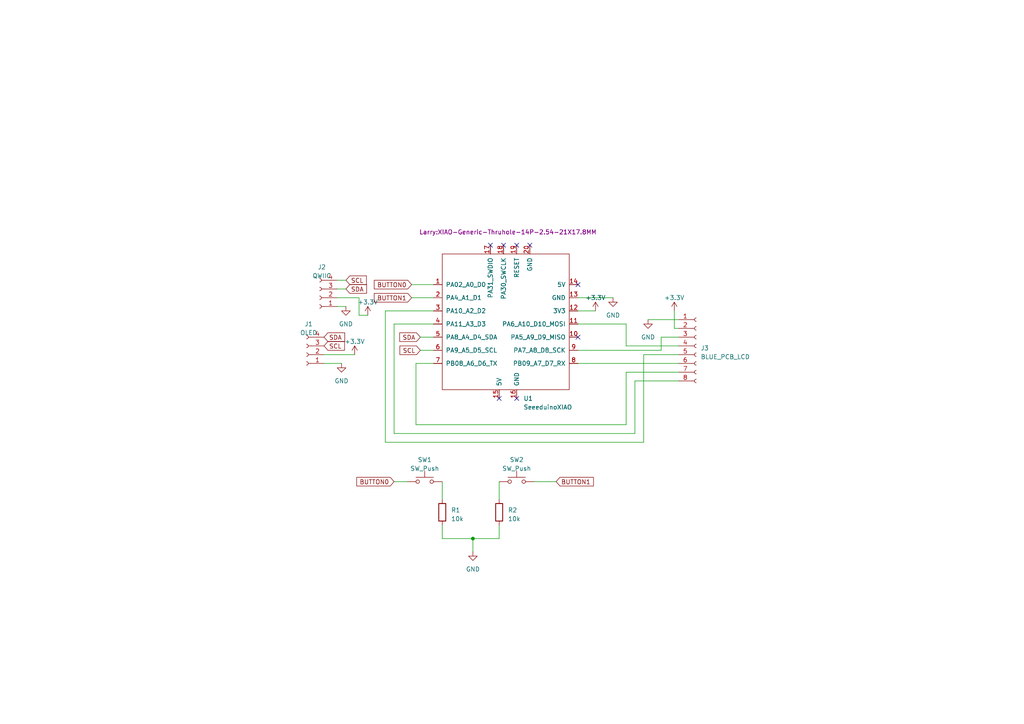
<source format=kicad_sch>
(kicad_sch (version 20230121) (generator eeschema)
  (paper "A4")
  (lib_symbols
    (symbol "Connector:Conn_01x04_Socket" (pin_names (offset 1.016) hide)
      (property "Reference" "J" (at 0 5.08 0))
      (property "Value" "Conn_01x04_Socket" (at 0 -7.62 0))
      (symbol "Conn_01x04_Socket_1_1"
        (arc (start 0 -4.572) (mid -0.5058 -5.08) (end 0 -5.588) (stroke (width 0.1524)))
        (arc (start 0 -2.032) (mid -0.5058 -2.54) (end 0 -3.048) (stroke (width 0.1524)))
        (polyline (pts (xy -1.27 -5.08) (xy -0.508 -5.08)) (stroke (width 0.1524)))
        (polyline (pts (xy -1.27 -2.54) (xy -0.508 -2.54)) (stroke (width 0.1524)))
        (polyline (pts (xy -1.27 0) (xy -0.508 0)) (stroke (width 0.1524)))
        (polyline (pts (xy -1.27 2.54) (xy -0.508 2.54)) (stroke (width 0.1524)))
        (arc (start 0 0.508) (mid -0.5058 0) (end 0 -0.508) (stroke (width 0.1524)))
        (arc (start 0 3.048) (mid -0.5058 2.54) (end 0 2.032) (stroke (width 0.1524)))
        (pin passive line (at -5.08 2.54 0) (length 3.81) (name "Pin_1") (number "1"))
        (pin passive line (at -5.08 0 0) (length 3.81) (name "Pin_2") (number "2"))
        (pin passive line (at -5.08 -2.54 0) (length 3.81) (name "Pin_3") (number "3"))
        (pin passive line (at -5.08 -5.08 0) (length 3.81) (name "Pin_4") (number "4"))
      )
    )
    (symbol "Connector:Conn_01x08_Socket" (pin_names (offset 1.016) hide)
      (property "Reference" "J" (at 0 10.16 0))
      (property "Value" "Conn_01x08_Socket" (at 0 -12.7 0))
      (symbol "Conn_01x08_Socket_1_1"
        (arc (start 0 -9.652) (mid -0.5058 -10.16) (end 0 -10.668) (stroke (width 0.1524)))
        (arc (start 0 -7.112) (mid -0.5058 -7.62) (end 0 -8.128) (stroke (width 0.1524)))
        (arc (start 0 -4.572) (mid -0.5058 -5.08) (end 0 -5.588) (stroke (width 0.1524)))
        (arc (start 0 -2.032) (mid -0.5058 -2.54) (end 0 -3.048) (stroke (width 0.1524)))
        (polyline (pts (xy -1.27 -10.16) (xy -0.508 -10.16)) (stroke (width 0.1524)))
        (polyline (pts (xy -1.27 -7.62) (xy -0.508 -7.62)) (stroke (width 0.1524)))
        (polyline (pts (xy -1.27 -5.08) (xy -0.508 -5.08)) (stroke (width 0.1524)))
        (polyline (pts (xy -1.27 -2.54) (xy -0.508 -2.54)) (stroke (width 0.1524)))
        (polyline (pts (xy -1.27 0) (xy -0.508 0)) (stroke (width 0.1524)))
        (polyline (pts (xy -1.27 2.54) (xy -0.508 2.54)) (stroke (width 0.1524)))
        (polyline (pts (xy -1.27 5.08) (xy -0.508 5.08)) (stroke (width 0.1524)))
        (polyline (pts (xy -1.27 7.62) (xy -0.508 7.62)) (stroke (width 0.1524)))
        (arc (start 0 0.508) (mid -0.5058 0) (end 0 -0.508) (stroke (width 0.1524)))
        (arc (start 0 3.048) (mid -0.5058 2.54) (end 0 2.032) (stroke (width 0.1524)))
        (arc (start 0 5.588) (mid -0.5058 5.08) (end 0 4.572) (stroke (width 0.1524)))
        (arc (start 0 8.128) (mid -0.5058 7.62) (end 0 7.112) (stroke (width 0.1524)))
        (pin passive line (at -5.08 7.62 0) (length 3.81) (name "Pin_1") (number "1"))
        (pin passive line (at -5.08 5.08 0) (length 3.81) (name "Pin_2") (number "2"))
        (pin passive line (at -5.08 2.54 0) (length 3.81) (name "Pin_3") (number "3"))
        (pin passive line (at -5.08 0 0) (length 3.81) (name "Pin_4") (number "4"))
        (pin passive line (at -5.08 -2.54 0) (length 3.81) (name "Pin_5") (number "5"))
        (pin passive line (at -5.08 -5.08 0) (length 3.81) (name "Pin_6") (number "6"))
        (pin passive line (at -5.08 -7.62 0) (length 3.81) (name "Pin_7") (number "7"))
        (pin passive line (at -5.08 -10.16 0) (length 3.81) (name "Pin_8") (number "8"))
      )
    )
    (symbol "Device:R" (pin_numbers hide) (pin_names (offset 0))
      (property "Reference" "R" (at 2.032 0 90))
      (property "Value" "R" (at 0 0 90))
      (symbol "R_0_1"
        (rectangle (start -1.016 -2.54) (end 1.016 2.54) (stroke (width 0.254)))
      )
      (symbol "R_1_1"
        (pin passive line (at 0 3.81 270) (length 1.27) (name "~") (number "1"))
        (pin passive line (at 0 -3.81 90) (length 1.27) (name "~") (number "2"))
      )
    )
    (symbol "Larry_Library:SeeeduinoXIAO" (pin_names (offset 1.016))
      (property "Reference" "U" (at -19.05 22.86 0))
      (property "Value" "SeeeduinoXIAO" (at -12.7 21.59 0))
      (symbol "SeeeduinoXIAO_0_1"
        (rectangle (start -19.05 20.32) (end 17.78 -19.05))
      )
      (symbol "SeeeduinoXIAO_1_1"
        (pin unspecified line (at -21.59 11.43 0) (length 2.54) (name "PA02_A0_D0") (number "1"))
        (pin unspecified line (at 20.32 -3.81 180) (length 2.54) (name "PA5_A9_D9_MISO") (number "10"))
        (pin unspecified line (at 20.32 0 180) (length 2.54) (name "PA6_A10_D10_MOSI") (number "11"))
        (pin unspecified line (at 20.32 3.81 180) (length 2.54) (name "3V3") (number "12"))
        (pin unspecified line (at 20.32 7.62 180) (length 2.54) (name "GND") (number "13"))
        (pin unspecified line (at 20.32 11.43 180) (length 2.54) (name "5V") (number "14"))
        (pin input line (at -2.54 -21.59 90) (length 2.54) (name "5V") (number "15"))
        (pin input line (at 2.54 -21.59 90) (length 2.54) (name "GND") (number "16"))
        (pin input line (at -5.08 22.86 270) (length 2.54) (name "PA31_SWDIO") (number "17"))
        (pin input line (at -1.27 22.86 270) (length 2.54) (name "PA30_SWCLK") (number "18"))
        (pin input line (at 2.54 22.86 270) (length 2.54) (name "RESET") (number "19"))
        (pin unspecified line (at -21.59 7.62 0) (length 2.54) (name "PA4_A1_D1") (number "2"))
        (pin input line (at 6.35 22.86 270) (length 2.54) (name "GND") (number "20"))
        (pin unspecified line (at -21.59 3.81 0) (length 2.54) (name "PA10_A2_D2") (number "3"))
        (pin unspecified line (at -21.59 0 0) (length 2.54) (name "PA11_A3_D3") (number "4"))
        (pin unspecified line (at -21.59 -3.81 0) (length 2.54) (name "PA8_A4_D4_SDA") (number "5"))
        (pin unspecified line (at -21.59 -7.62 0) (length 2.54) (name "PA9_A5_D5_SCL") (number "6"))
        (pin unspecified line (at -21.59 -11.43 0) (length 2.54) (name "PB08_A6_D6_TX") (number "7"))
        (pin unspecified line (at 20.32 -11.43 180) (length 2.54) (name "PB09_A7_D7_RX") (number "8"))
        (pin unspecified line (at 20.32 -7.62 180) (length 2.54) (name "PA7_A8_D8_SCK") (number "9"))
      )
    )
    (symbol "Switch:SW_Push" (pin_numbers hide) (pin_names (offset 1.016) hide)
      (property "Reference" "SW" (at 1.27 2.54 0))
      (property "Value" "SW_Push" (at 0 -1.524 0))
      (symbol "SW_Push_0_1"
        (circle (center -2.032 0) (radius 0.508))
        (polyline (pts (xy 0 1.27) (xy 0 3.048)))
        (polyline (pts (xy 2.54 1.27) (xy -2.54 1.27)))
        (circle (center 2.032 0) (radius 0.508))
        (pin passive line (at -5.08 0 0) (length 2.54) (name "1") (number "1"))
        (pin passive line (at 5.08 0 180) (length 2.54) (name "2") (number "2"))
      )
    )
    (symbol "power:+3.3V" (power) (pin_names (offset 0))
      (property "Value" "+3.3V" (at 0 3.556 0))
      (symbol "+3.3V_0_1"
        (polyline (pts (xy -0.762 1.27) (xy 0 2.54)))
        (polyline (pts (xy 0 0) (xy 0 2.54)))
        (polyline (pts (xy 0 2.54) (xy 0.762 1.27)))
      )
      (symbol "+3.3V_1_1"
        (pin power_in line (at 0 0 90) (length 0) hide (name "+3.3V") (number "1"))
      )
    )
    (symbol "power:GND" (power) (pin_names (offset 0))
      (property "Value" "GND" (at 0 -3.81 0))
      (symbol "GND_0_1"
        (polyline (pts (xy 0 0) (xy 0 -1.27) (xy 1.27 -1.27) (xy 0 -2.54) (xy -1.27 -1.27) (xy 0 -1.27)))
      )
      (symbol "GND_1_1"
        (pin power_in line (at 0 0 270) (length 0) hide (name "GND") (number "1"))
      )
    )
  )
  (junction (at 137.16 156.21))
  (no_connect (at 167.64 82.55))
  (no_connect (at 142.24 71.12))
  (no_connect (at 149.86 71.12))
  (no_connect (at 167.64 97.79))
  (no_connect (at 146.05 71.12))
  (no_connect (at 153.67 71.12))
  (no_connect (at 149.86 115.57))
  (no_connect (at 144.78 115.57))
  (wire (pts (xy 186.69 102.87) (xy 196.85 102.87)))
  (wire (pts (xy 121.92 97.79) (xy 125.73 97.79)))
  (wire (pts (xy 114.3 139.7) (xy 118.11 139.7)))
  (wire (pts (xy 93.98 102.87) (xy 102.87 102.87)))
  (wire (pts (xy 181.61 100.33) (xy 196.85 100.33)))
  (wire (pts (xy 167.64 86.36) (xy 177.8 86.36)))
  (wire (pts (xy 195.58 95.25) (xy 195.58 90.17)))
  (wire (pts (xy 167.64 105.41) (xy 196.85 105.41)))
  (wire (pts (xy 104.14 91.44) (xy 106.68 91.44)))
  (wire (pts (xy 154.94 139.7) (xy 161.29 139.7)))
  (wire (pts (xy 181.61 93.98) (xy 181.61 100.33)))
  (wire (pts (xy 125.73 90.17) (xy 111.76 90.17)))
  (wire (pts (xy 121.92 101.6) (xy 125.73 101.6)))
  (wire (pts (xy 97.79 81.28) (xy 100.33 81.28)))
  (wire (pts (xy 181.61 123.19) (xy 181.61 107.95)))
  (wire (pts (xy 137.16 156.21) (xy 128.27 156.21)))
  (wire (pts (xy 187.96 92.71) (xy 196.85 92.71)))
  (wire (pts (xy 181.61 107.95) (xy 196.85 107.95)))
  (wire (pts (xy 144.78 156.21) (xy 137.16 156.21)))
  (wire (pts (xy 119.38 86.36) (xy 125.73 86.36)))
  (wire (pts (xy 137.16 160.02) (xy 137.16 156.21)))
  (wire (pts (xy 186.69 128.27) (xy 186.69 102.87)))
  (wire (pts (xy 104.14 86.36) (xy 104.14 91.44)))
  (wire (pts (xy 93.98 105.41) (xy 99.06 105.41)))
  (wire (pts (xy 111.76 90.17) (xy 111.76 128.27)))
  (wire (pts (xy 97.79 88.9) (xy 100.33 88.9)))
  (wire (pts (xy 114.3 93.98) (xy 114.3 125.73)))
  (wire (pts (xy 119.38 82.55) (xy 125.73 82.55)))
  (wire (pts (xy 184.15 125.73) (xy 184.15 110.49)))
  (wire (pts (xy 128.27 156.21) (xy 128.27 152.4)))
  (wire (pts (xy 191.77 101.6) (xy 191.77 97.79)))
  (wire (pts (xy 125.73 105.41) (xy 120.65 105.41)))
  (wire (pts (xy 167.64 93.98) (xy 181.61 93.98)))
  (wire (pts (xy 97.79 86.36) (xy 104.14 86.36)))
  (wire (pts (xy 144.78 139.7) (xy 144.78 144.78)))
  (wire (pts (xy 184.15 110.49) (xy 196.85 110.49)))
  (wire (pts (xy 120.65 105.41) (xy 120.65 123.19)))
  (wire (pts (xy 167.64 90.17) (xy 172.72 90.17)))
  (wire (pts (xy 120.65 123.19) (xy 181.61 123.19)))
  (wire (pts (xy 196.85 95.25) (xy 195.58 95.25)))
  (wire (pts (xy 114.3 125.73) (xy 184.15 125.73)))
  (wire (pts (xy 167.64 101.6) (xy 191.77 101.6)))
  (wire (pts (xy 111.76 128.27) (xy 186.69 128.27)))
  (wire (pts (xy 97.79 83.82) (xy 100.33 83.82)))
  (wire (pts (xy 191.77 97.79) (xy 196.85 97.79)))
  (wire (pts (xy 128.27 139.7) (xy 128.27 144.78)))
  (wire (pts (xy 125.73 93.98) (xy 114.3 93.98)))
  (wire (pts (xy 144.78 152.4) (xy 144.78 156.21)))
  (global_label "SCL" (shape input) (at 121.92 101.6 180) (property "Intersheetrefs" "${INTERSHEET_REFS}" (effects hide)))
  (global_label "BUTTON1" (shape input) (at 119.38 86.36 180) (property "Intersheetrefs" "${INTERSHEET_REFS}" (effects hide)))
  (global_label "SDA" (shape input) (at 100.33 83.82 0) (property "Intersheetrefs" "${INTERSHEET_REFS}" (effects hide)))
  (global_label "SCL" (shape input) (at 93.98 100.33 0) (property "Intersheetrefs" "${INTERSHEET_REFS}" (effects hide)))
  (global_label "BUTTON0" (shape input) (at 114.3 139.7 180) (property "Intersheetrefs" "${INTERSHEET_REFS}" (effects hide)))
  (global_label "SDA" (shape input) (at 121.92 97.79 180) (property "Intersheetrefs" "${INTERSHEET_REFS}" (effects hide)))
  (global_label "SCL" (shape input) (at 100.33 81.28 0) (property "Intersheetrefs" "${INTERSHEET_REFS}" (effects hide)))
  (global_label "BUTTON0" (shape input) (at 119.38 82.55 180) (property "Intersheetrefs" "${INTERSHEET_REFS}" (effects hide)))
  (global_label "SDA" (shape input) (at 93.98 97.79 0) (property "Intersheetrefs" "${INTERSHEET_REFS}" (effects hide)))
  (global_label "BUTTON1" (shape input) (at 161.29 139.7 0) (property "Intersheetrefs" "${INTERSHEET_REFS}" (effects hide)))
  (symbol (lib_id "power:GND") (at 177.8 86.36 0) (unit 1)
    (property "Reference" "#PWR01" (effects hide))
    (property "Value" "GND" (at 177.8 91.44 0))
  )
  (symbol (lib_id "power:GND") (at 187.96 92.71 0) (unit 1)
    (property "Reference" "#PWR08" (effects hide))
    (property "Value" "GND" (at 187.96 97.79 0))
  )
  (symbol (lib_id "Connector:Conn_01x04_Socket") (at 92.71 86.36 180) (unit 1)
    (property "Reference" "J2" (at 93.345 77.47 0))
    (property "Value" "QWIIC" (at 93.345 80.01 0))
    (property "Footprint" "Connector_JST:JST_SH_SM04B-SRSS-TB_1x04-1MP_P1.00mm_Horizontal" (effects hide))
  )
  (symbol (lib_id "power:+3.3V") (at 102.87 102.87 0) (unit 1)
    (property "Reference" "#PWR07" (effects hide))
    (property "Value" "+3.3V" (at 102.87 99.06 0))
  )
  (symbol (lib_id "power:GND") (at 100.33 88.9 0) (unit 1)
    (property "Reference" "#PWR03" (effects hide))
    (property "Value" "GND" (at 100.33 93.98 0))
  )
  (symbol (lib_id "power:GND") (at 99.06 105.41 0) (unit 1)
    (property "Reference" "#PWR06" (effects hide))
    (property "Value" "GND" (at 99.06 110.49 0))
  )
  (symbol (lib_id "Connector:Conn_01x04_Socket") (at 88.9 102.87 180) (unit 1)
    (property "Reference" "J1" (at 89.535 93.98 0))
    (property "Value" "OLED" (at 89.535 96.52 0))
    (property "Footprint" "Connector_PinSocket_2.54mm:PinSocket_1x04_P2.54mm_Vertical" (effects hide))
  )
  (symbol (lib_id "power:+3.3V") (at 195.58 90.17 0) (unit 1)
    (property "Reference" "#PWR09" (effects hide))
    (property "Value" "+3.3V" (at 195.58 86.36 0))
  )
  (symbol (lib_id "Switch:SW_Push") (at 123.19 139.7 0) (unit 1)
    (property "Reference" "SW1" (at 123.19 133.35 0))
    (property "Value" "SW_Push" (at 123.19 135.89 0))
    (property "Footprint" "Button_Switch_SMD:SW_Push_1P1T_NO_Vertical_Wuerth_434133025816" (effects hide))
  )
  (symbol (lib_id "Larry_Library:SeeeduinoXIAO") (at 147.32 93.98 0) (unit 1)
    (property "Reference" "U1" (at 151.8159 115.57 0) (effects (justify left)))
    (property "Value" "SeeeduinoXIAO" (at 151.8159 118.11 0) (effects (justify left)))
    (property "Footprint" "Larry:XIAO-Generic-Thruhole-14P-2.54-21X17.8MM" (at 147.32 67.31 0))
  )
  (symbol (lib_id "Switch:SW_Push") (at 149.86 139.7 0) (unit 1)
    (property "Reference" "SW2" (at 149.86 133.35 0))
    (property "Value" "SW_Push" (at 149.86 135.89 0))
    (property "Footprint" "Button_Switch_SMD:SW_Push_1P1T_NO_Vertical_Wuerth_434133025816" (effects hide))
  )
  (symbol (lib_id "power:GND") (at 137.16 160.02 0) (unit 1)
    (property "Reference" "#PWR02" (effects hide))
    (property "Value" "GND" (at 137.16 165.1 0))
  )
  (symbol (lib_id "Device:R") (at 144.78 148.59 0) (unit 1)
    (property "Reference" "R2" (at 147.32 147.955 0) (effects (justify left)))
    (property "Value" "10k" (at 147.32 150.495 0) (effects (justify left)))
    (property "Footprint" "Resistor_SMD:R_0603_1608Metric" (effects hide))
  )
  (symbol (lib_id "power:+3.3V") (at 172.72 90.17 0) (unit 1)
    (property "Reference" "#PWR05" (effects hide))
    (property "Value" "+3.3V" (at 172.72 86.36 0))
  )
  (symbol (lib_id "Device:R") (at 128.27 148.59 0) (unit 1)
    (property "Reference" "R1" (at 130.81 147.955 0) (effects (justify left)))
    (property "Value" "10k" (at 130.81 150.495 0) (effects (justify left)))
    (property "Footprint" "Resistor_SMD:R_0603_1608Metric" (effects hide))
  )
  (symbol (lib_id "power:+3.3V") (at 106.68 91.44 0) (unit 1)
    (property "Reference" "#PWR04" (effects hide))
    (property "Value" "+3.3V" (at 106.68 87.63 0))
  )
  (symbol (lib_id "Connector:Conn_01x08_Socket") (at 201.93 100.33 0) (unit 1)
    (property "Reference" "J3" (at 203.2 100.965 0) (effects (justify left)))
    (property "Value" "BLUE_PCB_LCD" (at 203.2 103.505 0) (effects (justify left)))
    (property "Footprint" "Connector_PinSocket_2.54mm:PinSocket_1x08_P2.54mm_Vertical" (effects hide))
  )
)
</source>
